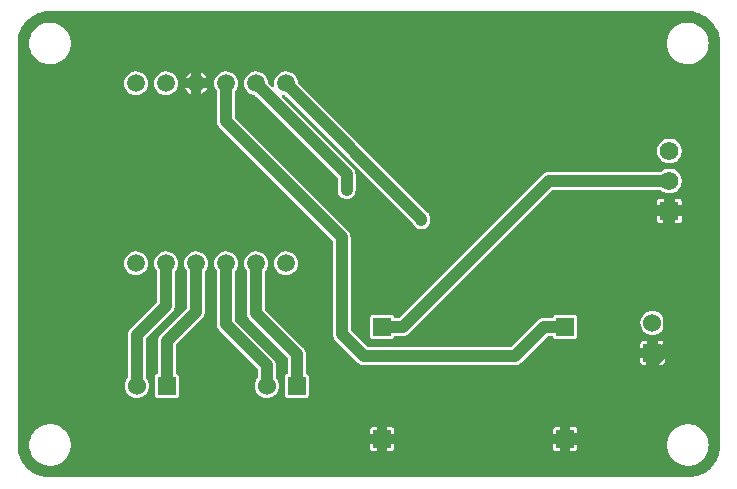
<source format=gbl>
G04 Layer: BottomLayer*
G04 EasyEDA v6.5.47, 2024-09-12 19:46:18*
G04 ae21a48fe1bb43629e3a85d37cf1f8ca,0207d7639cbd4ff9ba197a67aa53e6ca,10*
G04 Gerber Generator version 0.2*
G04 Scale: 100 percent, Rotated: No, Reflected: No *
G04 Dimensions in millimeters *
G04 leading zeros omitted , absolute positions ,4 integer and 5 decimal *
%FSLAX45Y45*%
%MOMM*%

%ADD10C,1.0000*%
%ADD11C,1.5748*%
%ADD12R,1.5748X1.5748*%
%ADD13R,1.5240X1.5240*%
%ADD14C,1.5240*%
%ADD15C,1.5000*%
%ADD16C,0.6100*%
%ADD17C,0.0129*%

%LPD*%
G36*
X300685Y-3974084D02*
G01*
X278079Y-3973169D01*
X256743Y-3970629D01*
X235610Y-3966362D01*
X214934Y-3960520D01*
X194767Y-3953052D01*
X175209Y-3944010D01*
X156464Y-3933444D01*
X138582Y-3921455D01*
X121716Y-3908145D01*
X105918Y-3893515D01*
X91338Y-3877665D01*
X78028Y-3860749D01*
X66141Y-3842867D01*
X55626Y-3824071D01*
X46634Y-3804513D01*
X39217Y-3784295D01*
X33426Y-3763568D01*
X29260Y-3742486D01*
X26771Y-3721100D01*
X25908Y-3699306D01*
X25908Y-300685D01*
X26822Y-278079D01*
X29362Y-256743D01*
X33629Y-235610D01*
X39471Y-214934D01*
X46939Y-194767D01*
X55981Y-175209D01*
X66548Y-156464D01*
X78536Y-138582D01*
X91846Y-121716D01*
X106476Y-105918D01*
X122326Y-91338D01*
X139242Y-78028D01*
X157124Y-66141D01*
X175920Y-55626D01*
X195478Y-46634D01*
X215696Y-39217D01*
X236423Y-33426D01*
X257505Y-29260D01*
X278892Y-26771D01*
X300685Y-25908D01*
X5699302Y-25908D01*
X5721908Y-26822D01*
X5743244Y-29362D01*
X5764377Y-33629D01*
X5785053Y-39471D01*
X5805220Y-46939D01*
X5824778Y-55981D01*
X5843524Y-66548D01*
X5861405Y-78536D01*
X5878271Y-91846D01*
X5894070Y-106476D01*
X5908649Y-122326D01*
X5921959Y-139242D01*
X5933846Y-157124D01*
X5944362Y-175920D01*
X5953353Y-195478D01*
X5960770Y-215696D01*
X5966561Y-236423D01*
X5970727Y-257505D01*
X5973216Y-278892D01*
X5974080Y-300685D01*
X5974080Y-3699306D01*
X5973165Y-3721912D01*
X5970625Y-3743248D01*
X5966358Y-3764381D01*
X5960516Y-3785057D01*
X5953048Y-3805224D01*
X5944006Y-3824782D01*
X5933440Y-3843528D01*
X5921451Y-3861409D01*
X5908141Y-3878275D01*
X5893511Y-3894074D01*
X5877661Y-3908653D01*
X5860745Y-3921963D01*
X5842863Y-3933850D01*
X5824067Y-3944365D01*
X5804509Y-3953357D01*
X5784291Y-3960774D01*
X5763564Y-3966565D01*
X5742482Y-3970731D01*
X5721096Y-3973220D01*
X5699302Y-3974084D01*
G37*

%LPC*%
G36*
X304546Y-3875836D02*
G01*
X322580Y-3874414D01*
X340410Y-3871163D01*
X357784Y-3866134D01*
X374548Y-3859276D01*
X390550Y-3850792D01*
X405587Y-3840683D01*
X419455Y-3829100D01*
X432104Y-3816096D01*
X443382Y-3801922D01*
X453085Y-3786632D01*
X461162Y-3770426D01*
X467563Y-3753459D01*
X472185Y-3735984D01*
X474980Y-3718102D01*
X475894Y-3700018D01*
X474980Y-3681882D01*
X472185Y-3664000D01*
X467563Y-3646525D01*
X461162Y-3629558D01*
X453085Y-3613353D01*
X443382Y-3598062D01*
X432104Y-3583889D01*
X419455Y-3570884D01*
X405587Y-3559301D01*
X390550Y-3549192D01*
X374548Y-3540709D01*
X357784Y-3533851D01*
X340410Y-3528822D01*
X322580Y-3525570D01*
X304546Y-3524148D01*
X286410Y-3524605D01*
X268478Y-3526942D01*
X250850Y-3531108D01*
X233730Y-3537051D01*
X217322Y-3544722D01*
X201828Y-3554069D01*
X187299Y-3564940D01*
X174040Y-3577234D01*
X162052Y-3590848D01*
X151587Y-3605580D01*
X142646Y-3621328D01*
X135432Y-3637940D01*
X129895Y-3655212D01*
X126187Y-3672941D01*
X124358Y-3690924D01*
X124358Y-3709060D01*
X126187Y-3727043D01*
X129895Y-3744772D01*
X135432Y-3762044D01*
X142646Y-3778656D01*
X151587Y-3794404D01*
X162052Y-3809136D01*
X174040Y-3822750D01*
X187299Y-3835044D01*
X201828Y-3845915D01*
X217322Y-3855262D01*
X233730Y-3862933D01*
X250850Y-3868877D01*
X268478Y-3873042D01*
X286410Y-3875379D01*
G37*
G36*
X5704535Y-3875836D02*
G01*
X5722569Y-3874414D01*
X5740400Y-3871163D01*
X5757773Y-3866134D01*
X5774537Y-3859276D01*
X5790539Y-3850792D01*
X5805576Y-3840683D01*
X5819444Y-3829100D01*
X5832094Y-3816096D01*
X5843371Y-3801922D01*
X5853074Y-3786632D01*
X5861151Y-3770426D01*
X5867552Y-3753459D01*
X5872175Y-3735984D01*
X5874969Y-3718102D01*
X5875883Y-3700018D01*
X5874969Y-3681882D01*
X5872175Y-3664000D01*
X5867552Y-3646525D01*
X5861151Y-3629558D01*
X5853074Y-3613353D01*
X5843371Y-3598062D01*
X5832094Y-3583889D01*
X5819444Y-3570884D01*
X5805576Y-3559301D01*
X5790539Y-3549192D01*
X5774537Y-3540709D01*
X5757773Y-3533851D01*
X5740400Y-3528822D01*
X5722569Y-3525570D01*
X5704535Y-3524148D01*
X5686399Y-3524605D01*
X5668467Y-3526942D01*
X5650839Y-3531108D01*
X5633720Y-3537051D01*
X5617311Y-3544722D01*
X5601817Y-3554069D01*
X5587288Y-3564940D01*
X5574030Y-3577234D01*
X5562041Y-3590848D01*
X5551576Y-3605580D01*
X5542635Y-3621328D01*
X5535422Y-3637940D01*
X5529884Y-3655212D01*
X5526176Y-3672941D01*
X5524347Y-3690924D01*
X5524347Y-3709060D01*
X5526176Y-3727043D01*
X5529884Y-3744772D01*
X5535422Y-3762044D01*
X5542635Y-3778656D01*
X5551576Y-3794404D01*
X5562041Y-3809136D01*
X5574030Y-3822750D01*
X5587288Y-3835044D01*
X5601817Y-3845915D01*
X5617311Y-3855262D01*
X5633720Y-3862933D01*
X5650839Y-3868877D01*
X5668467Y-3873042D01*
X5686399Y-3875379D01*
G37*
G36*
X3157016Y-3752138D02*
G01*
X3188157Y-3752138D01*
X3194507Y-3751427D01*
X3199942Y-3749548D01*
X3204870Y-3746449D01*
X3208934Y-3742385D01*
X3212033Y-3737457D01*
X3213912Y-3732022D01*
X3214624Y-3725672D01*
X3214624Y-3694480D01*
X3157016Y-3694480D01*
G37*
G36*
X4586935Y-3752138D02*
G01*
X4618075Y-3752138D01*
X4618075Y-3694480D01*
X4560417Y-3694480D01*
X4560417Y-3725672D01*
X4561128Y-3732022D01*
X4563059Y-3737457D01*
X4566158Y-3742385D01*
X4570222Y-3746449D01*
X4575149Y-3749548D01*
X4580585Y-3751427D01*
G37*
G36*
X4706975Y-3752138D02*
G01*
X4738166Y-3752138D01*
X4744516Y-3751427D01*
X4749952Y-3749548D01*
X4754829Y-3746449D01*
X4758944Y-3742385D01*
X4762042Y-3737457D01*
X4763922Y-3732022D01*
X4764633Y-3725672D01*
X4764633Y-3694480D01*
X4706975Y-3694480D01*
G37*
G36*
X3036925Y-3752138D02*
G01*
X3068116Y-3752138D01*
X3068116Y-3694480D01*
X3010408Y-3694480D01*
X3010408Y-3725672D01*
X3011170Y-3732022D01*
X3013049Y-3737457D01*
X3016148Y-3742385D01*
X3020212Y-3746449D01*
X3025140Y-3749548D01*
X3030575Y-3751427D01*
G37*
G36*
X4560417Y-3605580D02*
G01*
X4618075Y-3605580D01*
X4618075Y-3547922D01*
X4586935Y-3547922D01*
X4580585Y-3548634D01*
X4575149Y-3550564D01*
X4570222Y-3553663D01*
X4566158Y-3557727D01*
X4563059Y-3562654D01*
X4561128Y-3568090D01*
X4560417Y-3574440D01*
G37*
G36*
X3157016Y-3605580D02*
G01*
X3214624Y-3605580D01*
X3214624Y-3574440D01*
X3213912Y-3568090D01*
X3212033Y-3562654D01*
X3208934Y-3557727D01*
X3204870Y-3553663D01*
X3199942Y-3550564D01*
X3194507Y-3548634D01*
X3188157Y-3547922D01*
X3157016Y-3547922D01*
G37*
G36*
X4706975Y-3605580D02*
G01*
X4764633Y-3605580D01*
X4764633Y-3574440D01*
X4763922Y-3568090D01*
X4762042Y-3562654D01*
X4758944Y-3557727D01*
X4754829Y-3553663D01*
X4749952Y-3550564D01*
X4744516Y-3548634D01*
X4738166Y-3547922D01*
X4706975Y-3547922D01*
G37*
G36*
X3010408Y-3605580D02*
G01*
X3068116Y-3605580D01*
X3068116Y-3547922D01*
X3036925Y-3547922D01*
X3030575Y-3548634D01*
X3025140Y-3550564D01*
X3020212Y-3553663D01*
X3016148Y-3557727D01*
X3013049Y-3562654D01*
X3011170Y-3568090D01*
X3010408Y-3574440D01*
G37*
G36*
X1213916Y-3302254D02*
G01*
X1365199Y-3302254D01*
X1371498Y-3301542D01*
X1376984Y-3299612D01*
X1381861Y-3296564D01*
X1385976Y-3292449D01*
X1389024Y-3287572D01*
X1390954Y-3282086D01*
X1391666Y-3275787D01*
X1391666Y-3124504D01*
X1390954Y-3118205D01*
X1389024Y-3112719D01*
X1385976Y-3107842D01*
X1381861Y-3103727D01*
X1376984Y-3100679D01*
X1372260Y-3099003D01*
X1368704Y-3096869D01*
X1366316Y-3093466D01*
X1365453Y-3089402D01*
X1365453Y-2852267D01*
X1366215Y-2848356D01*
X1368450Y-2845054D01*
X1591208Y-2622245D01*
X1598269Y-2613406D01*
X1602892Y-2605786D01*
X1604010Y-2603601D01*
X1607413Y-2595372D01*
X1608175Y-2593035D01*
X1610309Y-2584399D01*
X1610715Y-2581960D01*
X1611528Y-2573121D01*
X1611579Y-2231694D01*
X1612138Y-2228392D01*
X1613763Y-2225395D01*
X1618742Y-2219147D01*
X1625600Y-2207564D01*
X1630832Y-2195169D01*
X1634388Y-2182164D01*
X1636217Y-2168804D01*
X1636217Y-2155291D01*
X1634388Y-2141982D01*
X1630832Y-2128977D01*
X1625600Y-2116531D01*
X1618742Y-2104948D01*
X1610360Y-2094382D01*
X1600657Y-2085035D01*
X1589836Y-2077008D01*
X1578000Y-2070557D01*
X1565452Y-2065680D01*
X1552346Y-2062581D01*
X1538935Y-2061210D01*
X1525473Y-2061667D01*
X1512163Y-2063902D01*
X1499311Y-2067915D01*
X1487068Y-2073605D01*
X1475689Y-2080818D01*
X1465427Y-2089556D01*
X1456385Y-2099513D01*
X1448765Y-2110638D01*
X1442669Y-2122678D01*
X1438249Y-2135378D01*
X1435557Y-2148586D01*
X1434642Y-2162048D01*
X1435557Y-2175510D01*
X1438249Y-2188718D01*
X1442669Y-2201418D01*
X1448765Y-2213457D01*
X1459077Y-2228596D01*
X1459788Y-2232253D01*
X1459788Y-2534818D01*
X1459026Y-2538730D01*
X1456791Y-2542032D01*
X1234033Y-2764840D01*
X1226972Y-2773680D01*
X1222349Y-2781300D01*
X1221232Y-2783484D01*
X1217828Y-2791714D01*
X1217066Y-2794050D01*
X1214932Y-2802686D01*
X1214526Y-2805125D01*
X1213713Y-2813964D01*
X1213662Y-3089402D01*
X1212799Y-3093466D01*
X1210411Y-3096869D01*
X1206855Y-3099003D01*
X1202131Y-3100679D01*
X1197254Y-3103727D01*
X1193139Y-3107842D01*
X1190091Y-3112719D01*
X1188161Y-3118205D01*
X1187450Y-3124504D01*
X1187450Y-3275787D01*
X1188161Y-3282086D01*
X1190091Y-3287572D01*
X1193139Y-3292449D01*
X1197254Y-3296564D01*
X1202131Y-3299612D01*
X1207617Y-3301542D01*
G37*
G36*
X2313990Y-3302254D02*
G01*
X2465273Y-3302254D01*
X2471572Y-3301542D01*
X2477058Y-3299612D01*
X2481935Y-3296564D01*
X2486050Y-3292449D01*
X2489098Y-3287572D01*
X2491028Y-3282086D01*
X2491740Y-3275787D01*
X2491740Y-3124504D01*
X2491028Y-3118205D01*
X2489098Y-3112719D01*
X2486050Y-3107842D01*
X2481935Y-3103727D01*
X2477058Y-3100679D01*
X2472334Y-3099003D01*
X2468778Y-3096869D01*
X2466390Y-3093466D01*
X2465527Y-3089402D01*
X2465476Y-2925470D01*
X2464663Y-2916631D01*
X2464257Y-2914192D01*
X2462123Y-2905556D01*
X2461361Y-2903270D01*
X2457958Y-2894990D01*
X2452217Y-2885186D01*
X2450846Y-2883204D01*
X2445156Y-2876346D01*
X2122576Y-2553462D01*
X2120341Y-2550160D01*
X2119579Y-2546299D01*
X2119579Y-2231694D01*
X2120138Y-2228392D01*
X2121763Y-2225395D01*
X2126742Y-2219147D01*
X2133600Y-2207564D01*
X2138832Y-2195169D01*
X2142388Y-2182164D01*
X2144217Y-2168804D01*
X2144217Y-2155291D01*
X2142388Y-2141982D01*
X2138832Y-2128977D01*
X2133600Y-2116531D01*
X2126742Y-2104948D01*
X2118360Y-2094382D01*
X2108657Y-2085035D01*
X2097836Y-2077008D01*
X2086000Y-2070557D01*
X2073452Y-2065680D01*
X2060346Y-2062581D01*
X2046935Y-2061210D01*
X2033473Y-2061667D01*
X2020163Y-2063902D01*
X2007311Y-2067915D01*
X1995068Y-2073605D01*
X1983689Y-2080818D01*
X1973427Y-2089556D01*
X1964385Y-2099513D01*
X1956765Y-2110638D01*
X1950669Y-2122678D01*
X1946249Y-2135378D01*
X1943557Y-2148586D01*
X1942642Y-2162048D01*
X1943557Y-2175510D01*
X1946249Y-2188718D01*
X1950669Y-2201418D01*
X1956765Y-2213457D01*
X1967077Y-2228596D01*
X1967788Y-2232253D01*
X1967839Y-2584551D01*
X1968652Y-2593390D01*
X1969058Y-2595829D01*
X1971192Y-2604465D01*
X1971954Y-2606751D01*
X1975357Y-2615031D01*
X1981098Y-2624836D01*
X1982470Y-2626817D01*
X1988159Y-2633675D01*
X2310739Y-2956560D01*
X2312974Y-2959862D01*
X2313736Y-2963722D01*
X2313736Y-3089402D01*
X2312873Y-3093466D01*
X2310485Y-3096869D01*
X2306929Y-3099003D01*
X2302205Y-3100679D01*
X2297328Y-3103727D01*
X2293213Y-3107842D01*
X2290165Y-3112719D01*
X2288235Y-3118205D01*
X2287524Y-3124504D01*
X2287524Y-3275787D01*
X2288235Y-3282086D01*
X2290165Y-3287572D01*
X2293213Y-3292449D01*
X2297328Y-3296564D01*
X2302205Y-3299612D01*
X2307691Y-3301542D01*
G37*
G36*
X1038961Y-3302152D02*
G01*
X1052525Y-3300831D01*
X1065784Y-3297631D01*
X1078534Y-3292754D01*
X1090472Y-3286201D01*
X1101445Y-3278124D01*
X1111250Y-3268624D01*
X1119733Y-3257905D01*
X1126693Y-3246170D01*
X1131976Y-3233623D01*
X1135583Y-3220466D01*
X1137412Y-3206953D01*
X1137412Y-3193338D01*
X1135583Y-3179826D01*
X1131976Y-3166668D01*
X1126693Y-3154121D01*
X1119733Y-3142386D01*
X1113637Y-3134664D01*
X1112012Y-3131718D01*
X1111453Y-3128365D01*
X1111453Y-2801975D01*
X1112215Y-2798114D01*
X1114450Y-2794812D01*
X1337208Y-2572207D01*
X1342847Y-2565400D01*
X1344269Y-2563368D01*
X1350010Y-2553563D01*
X1354175Y-2542997D01*
X1356309Y-2534412D01*
X1356715Y-2531922D01*
X1357528Y-2523134D01*
X1357579Y-2231694D01*
X1358138Y-2228392D01*
X1359763Y-2225395D01*
X1364742Y-2219147D01*
X1371600Y-2207564D01*
X1376832Y-2195169D01*
X1380388Y-2182164D01*
X1382217Y-2168804D01*
X1382217Y-2155291D01*
X1380388Y-2141982D01*
X1376832Y-2128977D01*
X1371600Y-2116531D01*
X1364742Y-2104948D01*
X1356360Y-2094382D01*
X1346657Y-2085035D01*
X1335836Y-2077008D01*
X1324000Y-2070557D01*
X1311452Y-2065680D01*
X1298346Y-2062581D01*
X1284935Y-2061210D01*
X1271473Y-2061667D01*
X1258163Y-2063902D01*
X1245311Y-2067915D01*
X1233068Y-2073605D01*
X1221689Y-2080818D01*
X1211427Y-2089556D01*
X1202385Y-2099513D01*
X1194765Y-2110638D01*
X1188669Y-2122678D01*
X1184249Y-2135378D01*
X1181557Y-2148586D01*
X1180642Y-2162048D01*
X1181557Y-2175510D01*
X1184249Y-2188718D01*
X1188669Y-2201418D01*
X1194765Y-2213457D01*
X1205077Y-2228596D01*
X1205788Y-2232253D01*
X1205788Y-2484780D01*
X1205026Y-2488641D01*
X1202791Y-2491943D01*
X980033Y-2714548D01*
X974394Y-2721356D01*
X972972Y-2723388D01*
X967232Y-2733192D01*
X963066Y-2743758D01*
X960932Y-2752344D01*
X960526Y-2754833D01*
X959713Y-2763621D01*
X959662Y-3128314D01*
X958951Y-3131972D01*
X957021Y-3135122D01*
X955446Y-3136900D01*
X947724Y-3148126D01*
X941578Y-3160268D01*
X937107Y-3173171D01*
X934364Y-3186531D01*
X933450Y-3200146D01*
X934364Y-3213760D01*
X937107Y-3227120D01*
X941578Y-3240024D01*
X947724Y-3252165D01*
X955446Y-3263392D01*
X964590Y-3273552D01*
X975004Y-3282340D01*
X986485Y-3289655D01*
X998880Y-3295396D01*
X1011885Y-3299460D01*
X1025347Y-3301695D01*
G37*
G36*
X2139035Y-3302152D02*
G01*
X2152599Y-3300831D01*
X2165858Y-3297631D01*
X2178608Y-3292754D01*
X2190546Y-3286201D01*
X2201519Y-3278124D01*
X2211324Y-3268624D01*
X2219807Y-3257905D01*
X2226767Y-3246170D01*
X2232050Y-3233623D01*
X2235657Y-3220466D01*
X2237486Y-3206953D01*
X2237486Y-3193338D01*
X2235657Y-3179826D01*
X2232050Y-3166668D01*
X2226767Y-3154121D01*
X2219807Y-3142386D01*
X2213711Y-3134664D01*
X2212086Y-3131718D01*
X2211527Y-3128365D01*
X2211476Y-3019704D01*
X2210663Y-3010865D01*
X2210257Y-3008426D01*
X2208123Y-2999790D01*
X2207361Y-2997504D01*
X2203958Y-2989224D01*
X2198217Y-2979420D01*
X2196846Y-2977438D01*
X2191156Y-2970580D01*
X1868576Y-2647696D01*
X1866341Y-2644394D01*
X1865579Y-2640533D01*
X1865579Y-2231694D01*
X1866138Y-2228392D01*
X1867763Y-2225395D01*
X1872742Y-2219147D01*
X1879600Y-2207564D01*
X1884832Y-2195169D01*
X1888388Y-2182164D01*
X1890217Y-2168804D01*
X1890217Y-2155291D01*
X1888388Y-2141982D01*
X1884832Y-2128977D01*
X1879600Y-2116531D01*
X1872742Y-2104948D01*
X1864360Y-2094382D01*
X1854657Y-2085035D01*
X1843836Y-2077008D01*
X1832000Y-2070557D01*
X1819452Y-2065680D01*
X1806346Y-2062581D01*
X1792935Y-2061210D01*
X1779473Y-2061667D01*
X1766163Y-2063902D01*
X1753311Y-2067915D01*
X1741068Y-2073605D01*
X1729689Y-2080818D01*
X1719427Y-2089556D01*
X1710385Y-2099513D01*
X1702765Y-2110638D01*
X1696669Y-2122678D01*
X1692249Y-2135378D01*
X1689557Y-2148586D01*
X1688642Y-2162048D01*
X1689557Y-2175510D01*
X1692249Y-2188718D01*
X1696669Y-2201418D01*
X1702765Y-2213457D01*
X1713077Y-2228596D01*
X1713788Y-2232253D01*
X1713839Y-2678785D01*
X1714652Y-2687624D01*
X1715058Y-2690063D01*
X1717192Y-2698699D01*
X1717954Y-2700985D01*
X1721357Y-2709265D01*
X1727098Y-2719070D01*
X1728470Y-2721051D01*
X1734159Y-2727909D01*
X2056739Y-3050794D01*
X2058974Y-3054096D01*
X2059736Y-3057956D01*
X2059736Y-3128314D01*
X2059025Y-3131972D01*
X2057095Y-3135122D01*
X2055520Y-3136900D01*
X2047798Y-3148126D01*
X2041652Y-3160268D01*
X2037181Y-3173171D01*
X2034438Y-3186531D01*
X2033524Y-3200146D01*
X2034438Y-3213760D01*
X2037181Y-3227120D01*
X2041652Y-3240024D01*
X2047798Y-3252165D01*
X2055520Y-3263392D01*
X2064664Y-3273552D01*
X2075078Y-3282340D01*
X2086559Y-3289655D01*
X2098954Y-3295396D01*
X2111959Y-3299460D01*
X2125421Y-3301695D01*
G37*
G36*
X2959455Y-3023057D02*
G01*
X4241596Y-3023006D01*
X4250486Y-3022193D01*
X4252874Y-3021787D01*
X4261561Y-3019653D01*
X4263847Y-3018891D01*
X4272127Y-3015488D01*
X4281932Y-3009747D01*
X4283913Y-3008376D01*
X4290771Y-3002686D01*
X4514850Y-2778912D01*
X4518101Y-2776728D01*
X4522012Y-2775966D01*
X4551832Y-2775966D01*
X4555896Y-2776778D01*
X4559249Y-2779217D01*
X4561382Y-2782773D01*
X4563059Y-2787446D01*
X4566158Y-2792374D01*
X4570222Y-2796438D01*
X4575149Y-2799537D01*
X4580585Y-2801467D01*
X4586935Y-2802178D01*
X4738166Y-2802178D01*
X4744516Y-2801467D01*
X4749952Y-2799537D01*
X4754829Y-2796438D01*
X4758944Y-2792374D01*
X4762042Y-2787446D01*
X4763922Y-2782011D01*
X4764633Y-2775661D01*
X4764633Y-2624429D01*
X4763922Y-2618079D01*
X4762042Y-2612644D01*
X4758944Y-2607716D01*
X4754829Y-2603652D01*
X4749952Y-2600553D01*
X4744516Y-2598674D01*
X4738166Y-2597962D01*
X4586935Y-2597962D01*
X4580585Y-2598674D01*
X4575149Y-2600553D01*
X4570222Y-2603652D01*
X4566158Y-2607716D01*
X4563059Y-2612644D01*
X4561433Y-2617317D01*
X4559249Y-2620873D01*
X4555896Y-2623261D01*
X4551832Y-2624124D01*
X4483760Y-2624175D01*
X4474768Y-2624988D01*
X4463745Y-2627579D01*
X4461560Y-2628290D01*
X4453229Y-2631744D01*
X4443577Y-2637282D01*
X4434535Y-2644495D01*
X4210558Y-2868269D01*
X4207256Y-2870504D01*
X4203395Y-2871266D01*
X2994964Y-2871266D01*
X2991104Y-2870504D01*
X2987802Y-2868269D01*
X2848000Y-2728671D01*
X2845765Y-2725369D01*
X2845003Y-2721508D01*
X2844952Y-1936902D01*
X2844139Y-1928063D01*
X2843733Y-1925624D01*
X2841599Y-1916988D01*
X2840837Y-1914652D01*
X2837434Y-1906422D01*
X2836316Y-1904238D01*
X2830322Y-1894636D01*
X2824632Y-1887778D01*
X1868576Y-931418D01*
X1866341Y-928116D01*
X1865579Y-924204D01*
X1865579Y-707694D01*
X1866138Y-704392D01*
X1867763Y-701395D01*
X1872742Y-695096D01*
X1879650Y-683514D01*
X1884883Y-671118D01*
X1888439Y-658114D01*
X1890268Y-644753D01*
X1890268Y-631291D01*
X1888439Y-617931D01*
X1884883Y-604926D01*
X1879650Y-592480D01*
X1872742Y-580898D01*
X1864410Y-570331D01*
X1854707Y-560984D01*
X1843887Y-552958D01*
X1832051Y-546506D01*
X1819452Y-541629D01*
X1806346Y-538530D01*
X1792935Y-537159D01*
X1779473Y-537616D01*
X1766214Y-539851D01*
X1753311Y-543864D01*
X1741119Y-549554D01*
X1729739Y-556768D01*
X1719478Y-565505D01*
X1710436Y-575462D01*
X1702765Y-586587D01*
X1696720Y-598627D01*
X1692300Y-611327D01*
X1689607Y-624535D01*
X1688693Y-637997D01*
X1689607Y-651459D01*
X1692300Y-664667D01*
X1696720Y-677367D01*
X1702765Y-689406D01*
X1713077Y-704494D01*
X1713788Y-708152D01*
X1713839Y-962507D01*
X1714652Y-971346D01*
X1715058Y-973785D01*
X1717192Y-982421D01*
X1717954Y-984758D01*
X1721357Y-992987D01*
X1722475Y-995171D01*
X1728470Y-1004773D01*
X1734159Y-1011631D01*
X2690215Y-1967992D01*
X2692450Y-1971293D01*
X2693212Y-1975205D01*
X2693263Y-2759862D01*
X2694076Y-2768650D01*
X2694482Y-2771140D01*
X2696616Y-2779725D01*
X2700782Y-2790291D01*
X2706522Y-2800096D01*
X2707944Y-2802128D01*
X2713583Y-2808935D01*
X2907588Y-3002686D01*
X2914497Y-3008376D01*
X2916428Y-3009747D01*
X2926232Y-3015488D01*
X2934512Y-3018891D01*
X2936798Y-3019653D01*
X2945485Y-3021787D01*
X2947873Y-3022193D01*
X2956763Y-3023006D01*
G37*
G36*
X5446014Y-3022346D02*
G01*
X5477205Y-3022346D01*
X5483504Y-3021634D01*
X5488990Y-3019704D01*
X5493867Y-3016656D01*
X5497982Y-3012541D01*
X5501030Y-3007664D01*
X5502960Y-3002178D01*
X5503672Y-2995879D01*
X5503672Y-2964688D01*
X5446014Y-2964688D01*
G37*
G36*
X5325922Y-3022346D02*
G01*
X5357114Y-3022346D01*
X5357114Y-2964688D01*
X5299456Y-2964688D01*
X5299456Y-2995879D01*
X5300167Y-3002178D01*
X5302097Y-3007664D01*
X5305145Y-3012541D01*
X5309260Y-3016656D01*
X5314137Y-3019704D01*
X5319623Y-3021634D01*
G37*
G36*
X5446014Y-2875788D02*
G01*
X5503672Y-2875788D01*
X5503672Y-2844596D01*
X5502960Y-2838297D01*
X5501030Y-2832811D01*
X5497982Y-2827934D01*
X5493867Y-2823819D01*
X5488990Y-2820771D01*
X5483504Y-2818841D01*
X5477205Y-2818130D01*
X5446014Y-2818130D01*
G37*
G36*
X5299456Y-2875788D02*
G01*
X5357114Y-2875788D01*
X5357114Y-2818130D01*
X5325922Y-2818130D01*
X5319623Y-2818841D01*
X5314137Y-2820771D01*
X5309260Y-2823819D01*
X5305145Y-2827934D01*
X5302097Y-2832811D01*
X5300167Y-2838297D01*
X5299456Y-2844596D01*
G37*
G36*
X3036925Y-2802178D02*
G01*
X3188157Y-2802178D01*
X3194507Y-2801467D01*
X3199942Y-2799537D01*
X3204870Y-2796438D01*
X3208934Y-2792374D01*
X3212033Y-2787446D01*
X3213658Y-2782773D01*
X3215792Y-2779217D01*
X3219196Y-2776778D01*
X3223260Y-2775966D01*
X3291484Y-2775915D01*
X3300323Y-2775051D01*
X3302762Y-2774645D01*
X3311347Y-2772511D01*
X3313684Y-2771749D01*
X3321913Y-2768346D01*
X3324098Y-2767228D01*
X3331718Y-2762656D01*
X3333750Y-2761234D01*
X3340608Y-2755544D01*
X4553254Y-1542948D01*
X4556556Y-1540713D01*
X4560468Y-1539951D01*
X5469229Y-1539951D01*
X5472785Y-1540611D01*
X5475884Y-1542491D01*
X5481116Y-1547063D01*
X5492496Y-1554683D01*
X5504789Y-1560728D01*
X5517743Y-1565097D01*
X5531154Y-1567789D01*
X5544820Y-1568704D01*
X5558485Y-1567789D01*
X5571896Y-1565097D01*
X5584850Y-1560728D01*
X5597144Y-1554683D01*
X5608523Y-1547063D01*
X5618784Y-1538020D01*
X5627827Y-1527759D01*
X5635447Y-1516380D01*
X5641492Y-1504086D01*
X5645861Y-1491132D01*
X5648553Y-1477721D01*
X5649468Y-1464056D01*
X5648553Y-1450390D01*
X5645861Y-1436979D01*
X5641492Y-1424025D01*
X5635447Y-1411732D01*
X5627827Y-1400352D01*
X5618784Y-1390091D01*
X5608523Y-1381048D01*
X5597144Y-1373428D01*
X5584850Y-1367383D01*
X5571896Y-1363014D01*
X5558485Y-1360322D01*
X5544820Y-1359408D01*
X5531154Y-1360322D01*
X5517743Y-1363014D01*
X5504789Y-1367383D01*
X5492496Y-1373428D01*
X5481116Y-1381048D01*
X5475935Y-1385620D01*
X5472785Y-1387500D01*
X5469229Y-1388160D01*
X4522165Y-1388211D01*
X4513326Y-1389024D01*
X4510887Y-1389430D01*
X4502251Y-1391564D01*
X4499914Y-1392326D01*
X4491685Y-1395730D01*
X4489500Y-1396847D01*
X4481880Y-1401419D01*
X4479899Y-1402842D01*
X4473041Y-1408531D01*
X3260344Y-2621178D01*
X3257042Y-2623362D01*
X3253181Y-2624124D01*
X3223260Y-2624124D01*
X3219196Y-2623261D01*
X3215792Y-2620873D01*
X3213658Y-2617317D01*
X3212033Y-2612644D01*
X3208934Y-2607716D01*
X3204870Y-2603652D01*
X3199942Y-2600553D01*
X3194507Y-2598674D01*
X3188157Y-2597962D01*
X3036925Y-2597962D01*
X3030575Y-2598674D01*
X3025140Y-2600553D01*
X3020212Y-2603652D01*
X3016148Y-2607716D01*
X3013049Y-2612644D01*
X3011170Y-2618079D01*
X3010408Y-2624429D01*
X3010408Y-2775661D01*
X3011170Y-2782011D01*
X3013049Y-2787446D01*
X3016148Y-2792374D01*
X3020212Y-2796438D01*
X3025140Y-2799537D01*
X3030575Y-2801467D01*
G37*
G36*
X5394756Y-2768092D02*
G01*
X5408371Y-2768092D01*
X5421884Y-2766263D01*
X5435041Y-2762656D01*
X5447588Y-2757373D01*
X5459323Y-2750413D01*
X5470042Y-2741930D01*
X5479542Y-2732125D01*
X5487619Y-2721152D01*
X5494172Y-2709214D01*
X5499049Y-2696464D01*
X5502249Y-2683205D01*
X5503570Y-2669641D01*
X5503113Y-2656027D01*
X5500878Y-2642565D01*
X5496814Y-2629560D01*
X5491073Y-2617165D01*
X5483758Y-2605684D01*
X5474970Y-2595270D01*
X5464810Y-2586126D01*
X5453583Y-2578404D01*
X5441442Y-2572258D01*
X5428538Y-2567787D01*
X5415178Y-2565044D01*
X5401564Y-2564130D01*
X5387949Y-2565044D01*
X5374589Y-2567787D01*
X5361686Y-2572258D01*
X5349544Y-2578404D01*
X5338318Y-2586126D01*
X5328158Y-2595270D01*
X5319369Y-2605684D01*
X5312054Y-2617165D01*
X5306314Y-2629560D01*
X5302250Y-2642565D01*
X5300014Y-2656027D01*
X5299557Y-2669641D01*
X5300878Y-2683205D01*
X5304078Y-2696464D01*
X5308955Y-2709214D01*
X5315508Y-2721152D01*
X5323586Y-2732125D01*
X5333085Y-2741930D01*
X5343804Y-2750413D01*
X5355539Y-2757373D01*
X5368086Y-2762656D01*
X5381244Y-2766263D01*
G37*
G36*
X1030935Y-2262886D02*
G01*
X1044346Y-2261514D01*
X1057452Y-2258415D01*
X1070000Y-2253589D01*
X1081836Y-2247087D01*
X1092657Y-2239111D01*
X1102360Y-2229713D01*
X1110742Y-2219147D01*
X1117600Y-2207564D01*
X1122832Y-2195169D01*
X1126388Y-2182164D01*
X1128217Y-2168804D01*
X1128217Y-2155291D01*
X1126388Y-2141982D01*
X1122832Y-2128977D01*
X1117600Y-2116531D01*
X1110742Y-2104948D01*
X1102360Y-2094382D01*
X1092657Y-2085035D01*
X1081836Y-2077008D01*
X1070000Y-2070557D01*
X1057452Y-2065680D01*
X1044346Y-2062581D01*
X1030935Y-2061210D01*
X1017473Y-2061667D01*
X1004163Y-2063902D01*
X991311Y-2067915D01*
X979068Y-2073605D01*
X967689Y-2080818D01*
X957427Y-2089556D01*
X948385Y-2099513D01*
X940765Y-2110638D01*
X934669Y-2122678D01*
X930249Y-2135378D01*
X927557Y-2148586D01*
X926642Y-2162048D01*
X927557Y-2175510D01*
X930249Y-2188718D01*
X934669Y-2201418D01*
X940765Y-2213457D01*
X948385Y-2224582D01*
X957427Y-2234590D01*
X967689Y-2243277D01*
X979068Y-2250541D01*
X991311Y-2256180D01*
X1004163Y-2260193D01*
X1017473Y-2262428D01*
G37*
G36*
X2300935Y-2262886D02*
G01*
X2314346Y-2261514D01*
X2327452Y-2258415D01*
X2340000Y-2253589D01*
X2351836Y-2247087D01*
X2362657Y-2239111D01*
X2372360Y-2229713D01*
X2380742Y-2219147D01*
X2387600Y-2207564D01*
X2392832Y-2195169D01*
X2396388Y-2182164D01*
X2398217Y-2168804D01*
X2398217Y-2155291D01*
X2396388Y-2141982D01*
X2392832Y-2128977D01*
X2387600Y-2116531D01*
X2380742Y-2104948D01*
X2372360Y-2094382D01*
X2362657Y-2085035D01*
X2351836Y-2077008D01*
X2340000Y-2070557D01*
X2327452Y-2065680D01*
X2314346Y-2062581D01*
X2300935Y-2061210D01*
X2287473Y-2061667D01*
X2274163Y-2063902D01*
X2261311Y-2067915D01*
X2249068Y-2073605D01*
X2237689Y-2080818D01*
X2227427Y-2089556D01*
X2218385Y-2099513D01*
X2210765Y-2110638D01*
X2204669Y-2122678D01*
X2200249Y-2135378D01*
X2197557Y-2148586D01*
X2196642Y-2162048D01*
X2197557Y-2175510D01*
X2200249Y-2188718D01*
X2204669Y-2201418D01*
X2210765Y-2213457D01*
X2218385Y-2224582D01*
X2227427Y-2234590D01*
X2237689Y-2243277D01*
X2249068Y-2250541D01*
X2261311Y-2256180D01*
X2274163Y-2260193D01*
X2287473Y-2262428D01*
G37*
G36*
X3438956Y-1874062D02*
G01*
X3450285Y-1874062D01*
X3461512Y-1872335D01*
X3472332Y-1868982D01*
X3482543Y-1864106D01*
X3491941Y-1857705D01*
X3500221Y-1849983D01*
X3507333Y-1841093D01*
X3512972Y-1831289D01*
X3517137Y-1820722D01*
X3519678Y-1809699D01*
X3520541Y-1798015D01*
X3520490Y-1782368D01*
X3519627Y-1773631D01*
X3519220Y-1771192D01*
X3517087Y-1762556D01*
X3516325Y-1760220D01*
X3512921Y-1751990D01*
X3511804Y-1749806D01*
X3507232Y-1742186D01*
X3505809Y-1740204D01*
X3500120Y-1733346D01*
X2400655Y-633780D01*
X2398725Y-631088D01*
X2397760Y-627938D01*
X2396388Y-617982D01*
X2392832Y-604977D01*
X2387600Y-592531D01*
X2380742Y-580948D01*
X2372360Y-570382D01*
X2362657Y-561035D01*
X2351836Y-553008D01*
X2340000Y-546557D01*
X2327452Y-541680D01*
X2314346Y-538581D01*
X2300935Y-537210D01*
X2287473Y-537667D01*
X2274163Y-539902D01*
X2261311Y-543915D01*
X2249068Y-549605D01*
X2237689Y-556818D01*
X2227427Y-565556D01*
X2218385Y-575513D01*
X2210765Y-586638D01*
X2204669Y-598678D01*
X2200249Y-611378D01*
X2197557Y-624586D01*
X2196642Y-638048D01*
X2197557Y-651510D01*
X2199284Y-660095D01*
X2199233Y-664413D01*
X2197455Y-668274D01*
X2194153Y-671068D01*
X2190038Y-672236D01*
X2185771Y-671626D01*
X2182164Y-669290D01*
X2146655Y-633780D01*
X2144725Y-631088D01*
X2143760Y-627938D01*
X2142388Y-617982D01*
X2138832Y-604977D01*
X2133600Y-592531D01*
X2126742Y-580948D01*
X2118360Y-570382D01*
X2108657Y-561035D01*
X2097836Y-553008D01*
X2086000Y-546557D01*
X2073452Y-541680D01*
X2060346Y-538581D01*
X2046935Y-537210D01*
X2033473Y-537667D01*
X2020163Y-539902D01*
X2007311Y-543915D01*
X1995068Y-549605D01*
X1983689Y-556818D01*
X1973427Y-565556D01*
X1964385Y-575513D01*
X1956765Y-586638D01*
X1950669Y-598678D01*
X1946249Y-611378D01*
X1943557Y-624586D01*
X1942642Y-638048D01*
X1943557Y-651510D01*
X1946249Y-664718D01*
X1950669Y-677418D01*
X1956765Y-689457D01*
X1964385Y-700582D01*
X1973427Y-710590D01*
X1983689Y-719277D01*
X1995068Y-726541D01*
X2007311Y-732180D01*
X2020163Y-736193D01*
X2034032Y-738530D01*
X2036978Y-739495D01*
X2039518Y-741375D01*
X2732532Y-1434338D01*
X2734716Y-1437640D01*
X2735478Y-1441551D01*
X2735478Y-1540662D01*
X2736342Y-1552346D01*
X2738882Y-1563420D01*
X2743047Y-1573936D01*
X2748686Y-1583791D01*
X2755798Y-1592630D01*
X2764078Y-1600352D01*
X2773476Y-1606753D01*
X2783687Y-1611680D01*
X2794508Y-1615033D01*
X2805734Y-1616710D01*
X2817063Y-1616710D01*
X2828290Y-1615033D01*
X2839110Y-1611680D01*
X2849321Y-1606753D01*
X2858719Y-1600352D01*
X2866999Y-1592630D01*
X2874111Y-1583791D01*
X2879750Y-1573936D01*
X2883916Y-1563420D01*
X2886456Y-1552346D01*
X2887319Y-1540662D01*
X2887268Y-1403248D01*
X2886405Y-1394409D01*
X2885998Y-1391970D01*
X2883865Y-1383334D01*
X2883103Y-1380998D01*
X2879699Y-1372768D01*
X2878582Y-1370584D01*
X2874010Y-1362964D01*
X2872587Y-1360982D01*
X2866898Y-1354124D01*
X2266442Y-753567D01*
X2264156Y-750011D01*
X2263495Y-745845D01*
X2264613Y-741730D01*
X2267305Y-738479D01*
X2271115Y-736549D01*
X2275332Y-736396D01*
X2288032Y-738530D01*
X2290978Y-739495D01*
X2293518Y-741375D01*
X3370122Y-1817928D01*
X3372358Y-1821434D01*
X3376269Y-1831289D01*
X3381908Y-1841093D01*
X3389020Y-1849983D01*
X3397300Y-1857705D01*
X3406698Y-1864106D01*
X3416909Y-1868982D01*
X3427729Y-1872335D01*
G37*
G36*
X5466638Y-1822704D02*
G01*
X5499100Y-1822704D01*
X5499100Y-1763775D01*
X5440172Y-1763775D01*
X5440172Y-1796237D01*
X5440883Y-1802536D01*
X5442813Y-1808022D01*
X5445861Y-1812899D01*
X5449976Y-1817014D01*
X5454853Y-1820062D01*
X5460339Y-1821992D01*
G37*
G36*
X5590540Y-1822704D02*
G01*
X5623001Y-1822704D01*
X5629300Y-1821992D01*
X5634786Y-1820062D01*
X5639663Y-1817014D01*
X5643778Y-1812899D01*
X5646826Y-1808022D01*
X5648756Y-1802536D01*
X5649468Y-1796237D01*
X5649468Y-1763775D01*
X5590540Y-1763775D01*
G37*
G36*
X5440172Y-1672336D02*
G01*
X5499100Y-1672336D01*
X5499100Y-1613408D01*
X5466638Y-1613408D01*
X5460339Y-1614119D01*
X5454853Y-1616049D01*
X5449976Y-1619097D01*
X5445861Y-1623212D01*
X5442813Y-1628089D01*
X5440883Y-1633575D01*
X5440172Y-1639874D01*
G37*
G36*
X5590540Y-1672336D02*
G01*
X5649468Y-1672336D01*
X5649468Y-1639874D01*
X5648756Y-1633575D01*
X5646826Y-1628089D01*
X5643778Y-1623212D01*
X5639663Y-1619097D01*
X5634786Y-1616049D01*
X5629300Y-1614119D01*
X5623001Y-1613408D01*
X5590540Y-1613408D01*
G37*
G36*
X5544820Y-1314704D02*
G01*
X5558485Y-1313789D01*
X5571896Y-1311097D01*
X5584850Y-1306728D01*
X5597144Y-1300683D01*
X5608523Y-1293063D01*
X5618784Y-1284020D01*
X5627827Y-1273759D01*
X5635447Y-1262380D01*
X5641492Y-1250086D01*
X5645861Y-1237132D01*
X5648553Y-1223721D01*
X5649468Y-1210056D01*
X5648553Y-1196390D01*
X5645861Y-1182979D01*
X5641492Y-1170025D01*
X5635447Y-1157732D01*
X5627827Y-1146352D01*
X5618784Y-1136091D01*
X5608523Y-1127048D01*
X5597144Y-1119428D01*
X5584850Y-1113383D01*
X5571896Y-1109014D01*
X5558485Y-1106322D01*
X5544820Y-1105408D01*
X5531154Y-1106322D01*
X5517743Y-1109014D01*
X5504789Y-1113383D01*
X5492496Y-1119428D01*
X5481116Y-1127048D01*
X5470855Y-1136091D01*
X5461812Y-1146352D01*
X5454192Y-1157732D01*
X5448147Y-1170025D01*
X5443778Y-1182979D01*
X5441086Y-1196390D01*
X5440172Y-1210056D01*
X5441086Y-1223721D01*
X5443778Y-1237132D01*
X5448147Y-1250086D01*
X5454192Y-1262380D01*
X5461812Y-1273759D01*
X5470855Y-1284020D01*
X5481116Y-1293063D01*
X5492496Y-1300683D01*
X5504789Y-1306728D01*
X5517743Y-1311097D01*
X5531154Y-1313789D01*
G37*
G36*
X1284935Y-738886D02*
G01*
X1298346Y-737514D01*
X1311452Y-734415D01*
X1324000Y-729589D01*
X1335836Y-723087D01*
X1346657Y-715111D01*
X1356360Y-705713D01*
X1364742Y-695147D01*
X1371600Y-683564D01*
X1376832Y-671169D01*
X1380388Y-658164D01*
X1382217Y-644804D01*
X1382217Y-631291D01*
X1380388Y-617982D01*
X1376832Y-604977D01*
X1371600Y-592531D01*
X1364742Y-580948D01*
X1356360Y-570382D01*
X1346657Y-561035D01*
X1335836Y-553008D01*
X1324000Y-546557D01*
X1311452Y-541680D01*
X1298346Y-538581D01*
X1284935Y-537210D01*
X1271473Y-537667D01*
X1258163Y-539902D01*
X1245311Y-543915D01*
X1233068Y-549605D01*
X1221689Y-556818D01*
X1211427Y-565556D01*
X1202385Y-575513D01*
X1194765Y-586638D01*
X1188669Y-598678D01*
X1184249Y-611378D01*
X1181557Y-624586D01*
X1180642Y-638048D01*
X1181557Y-651510D01*
X1184249Y-664718D01*
X1188669Y-677418D01*
X1194765Y-689457D01*
X1202385Y-700582D01*
X1211427Y-710590D01*
X1221689Y-719277D01*
X1233068Y-726541D01*
X1245311Y-732180D01*
X1258163Y-736193D01*
X1271473Y-738428D01*
G37*
G36*
X1030935Y-738886D02*
G01*
X1044346Y-737514D01*
X1057452Y-734415D01*
X1070000Y-729589D01*
X1081836Y-723087D01*
X1092657Y-715111D01*
X1102360Y-705713D01*
X1110742Y-695147D01*
X1117600Y-683564D01*
X1122832Y-671169D01*
X1126388Y-658164D01*
X1128217Y-644804D01*
X1128217Y-631291D01*
X1126388Y-617982D01*
X1122832Y-604977D01*
X1117600Y-592531D01*
X1110742Y-580948D01*
X1102360Y-570382D01*
X1092657Y-561035D01*
X1081836Y-553008D01*
X1070000Y-546557D01*
X1057452Y-541680D01*
X1044346Y-538581D01*
X1030935Y-537210D01*
X1017473Y-537667D01*
X1004163Y-539902D01*
X991311Y-543915D01*
X979068Y-549605D01*
X967689Y-556818D01*
X957427Y-565556D01*
X948385Y-575513D01*
X940765Y-586638D01*
X934669Y-598678D01*
X930249Y-611378D01*
X927557Y-624586D01*
X926642Y-638048D01*
X927557Y-651510D01*
X930249Y-664718D01*
X934669Y-677418D01*
X940765Y-689457D01*
X948385Y-700582D01*
X957427Y-710590D01*
X967689Y-719277D01*
X979068Y-726541D01*
X991311Y-732180D01*
X1004163Y-736193D01*
X1017473Y-738428D01*
G37*
G36*
X1579422Y-728776D02*
G01*
X1589887Y-723036D01*
X1600708Y-715060D01*
X1610410Y-705662D01*
X1618742Y-695096D01*
X1625650Y-683514D01*
X1626311Y-681837D01*
X1579422Y-681837D01*
G37*
G36*
X1491742Y-728624D02*
G01*
X1491742Y-681837D01*
X1444955Y-681837D01*
X1448765Y-689406D01*
X1456436Y-700532D01*
X1465478Y-710539D01*
X1475740Y-719226D01*
X1487119Y-726490D01*
G37*
G36*
X1444955Y-594156D02*
G01*
X1491742Y-594156D01*
X1491742Y-547370D01*
X1487119Y-549554D01*
X1475740Y-556768D01*
X1465478Y-565505D01*
X1456436Y-575462D01*
X1448765Y-586587D01*
G37*
G36*
X1579422Y-594156D02*
G01*
X1626311Y-594156D01*
X1625650Y-592480D01*
X1618742Y-580898D01*
X1610410Y-570331D01*
X1600708Y-560984D01*
X1589887Y-552958D01*
X1579422Y-547268D01*
G37*
G36*
X304546Y-475843D02*
G01*
X322580Y-474421D01*
X340410Y-471170D01*
X357784Y-466140D01*
X374548Y-459282D01*
X390550Y-450799D01*
X405587Y-440690D01*
X419455Y-429107D01*
X432104Y-416102D01*
X443382Y-401929D01*
X453085Y-386638D01*
X461162Y-370433D01*
X467563Y-353466D01*
X472185Y-335991D01*
X474980Y-318109D01*
X475894Y-300024D01*
X474980Y-281889D01*
X472185Y-264007D01*
X467563Y-246532D01*
X461162Y-229565D01*
X453085Y-213360D01*
X443382Y-198069D01*
X432104Y-183896D01*
X419455Y-170891D01*
X405587Y-159308D01*
X390550Y-149199D01*
X374548Y-140716D01*
X357784Y-133858D01*
X340410Y-128828D01*
X322580Y-125577D01*
X304546Y-124155D01*
X286410Y-124612D01*
X268478Y-126949D01*
X250850Y-131114D01*
X233730Y-137058D01*
X217322Y-144729D01*
X201828Y-154076D01*
X187299Y-164947D01*
X174040Y-177241D01*
X162052Y-190855D01*
X151587Y-205587D01*
X142646Y-221335D01*
X135432Y-237947D01*
X129895Y-255219D01*
X126187Y-272948D01*
X124358Y-290931D01*
X124358Y-309067D01*
X126187Y-327050D01*
X129895Y-344779D01*
X135432Y-362051D01*
X142646Y-378663D01*
X151587Y-394411D01*
X162052Y-409143D01*
X174040Y-422757D01*
X187299Y-435051D01*
X201828Y-445922D01*
X217322Y-455269D01*
X233730Y-462940D01*
X250850Y-468884D01*
X268478Y-473049D01*
X286410Y-475386D01*
G37*
G36*
X5704535Y-475843D02*
G01*
X5722569Y-474421D01*
X5740400Y-471170D01*
X5757773Y-466140D01*
X5774537Y-459282D01*
X5790539Y-450799D01*
X5805576Y-440690D01*
X5819444Y-429107D01*
X5832094Y-416102D01*
X5843371Y-401929D01*
X5853074Y-386638D01*
X5861151Y-370433D01*
X5867552Y-353466D01*
X5872175Y-335991D01*
X5874969Y-318109D01*
X5875883Y-300024D01*
X5874969Y-281889D01*
X5872175Y-264007D01*
X5867552Y-246532D01*
X5861151Y-229565D01*
X5853074Y-213360D01*
X5843371Y-198069D01*
X5832094Y-183896D01*
X5819444Y-170891D01*
X5805576Y-159308D01*
X5790539Y-149199D01*
X5774537Y-140716D01*
X5757773Y-133858D01*
X5740400Y-128828D01*
X5722569Y-125577D01*
X5704535Y-124155D01*
X5686399Y-124612D01*
X5668467Y-126949D01*
X5650839Y-131114D01*
X5633720Y-137058D01*
X5617311Y-144729D01*
X5601817Y-154076D01*
X5587288Y-164947D01*
X5574030Y-177241D01*
X5562041Y-190855D01*
X5551576Y-205587D01*
X5542635Y-221335D01*
X5535422Y-237947D01*
X5529884Y-255219D01*
X5526176Y-272948D01*
X5524347Y-290931D01*
X5524347Y-309067D01*
X5526176Y-327050D01*
X5529884Y-344779D01*
X5535422Y-362051D01*
X5542635Y-378663D01*
X5551576Y-394411D01*
X5562041Y-409143D01*
X5574030Y-422757D01*
X5587288Y-435051D01*
X5601817Y-445922D01*
X5617311Y-455269D01*
X5633720Y-462940D01*
X5650839Y-468884D01*
X5668467Y-473049D01*
X5686399Y-475386D01*
G37*

%LPD*%
D10*
X2043556Y-638042D02*
G01*
X2811399Y-1405884D01*
X2811399Y-1541038D01*
X5401563Y-3008370D02*
G01*
X5544820Y-2865114D01*
X5544820Y-1718050D01*
X5401563Y-3008370D02*
G01*
X5401563Y-3096508D01*
X5401563Y-2920232D02*
G01*
X5401563Y-3008370D01*
X4662550Y-3650051D02*
G01*
X4838827Y-3650051D01*
X4838827Y-3650051D02*
G01*
X5392369Y-3096508D01*
X5401563Y-3096508D01*
X2389631Y-3200140D02*
G01*
X2389631Y-3023864D01*
X4662550Y-2700040D02*
G01*
X4486275Y-2700040D01*
X3112541Y-2700040D02*
G01*
X3288817Y-2700040D01*
X3288817Y-2700040D02*
G01*
X4524806Y-1464050D01*
X5544820Y-1464050D01*
X1281684Y-2162047D02*
G01*
X1281684Y-2520442D01*
X1035557Y-2766313D01*
X1035557Y-3200145D01*
X1535684Y-2162047D02*
G01*
X1535684Y-2570479D01*
X1289557Y-2816605D01*
X1289557Y-3200145D01*
X1789684Y-2162047D02*
G01*
X1789684Y-2676144D01*
X2135631Y-3022345D01*
X2135631Y-3200145D01*
X2043684Y-2162047D02*
G01*
X2043684Y-2581910D01*
X2389631Y-2928112D01*
X2389631Y-3023870D01*
X1789684Y-638047D02*
G01*
X1789684Y-959865D01*
X2769108Y-1939544D01*
X2769108Y-2757170D01*
X2959354Y-2947162D01*
X4239006Y-2947162D01*
X4486402Y-2700020D01*
X2297559Y-638045D02*
G01*
X3444620Y-1785106D01*
X3444620Y-1798370D01*
D11*
G01*
X5544820Y-1210055D03*
G01*
X5544820Y-1464055D03*
D12*
G01*
X5544820Y-1718055D03*
D13*
G01*
X1289557Y-3200145D03*
D14*
G01*
X1035557Y-3200145D03*
D13*
G01*
X2389631Y-3200145D03*
D14*
G01*
X2135631Y-3200145D03*
D13*
G01*
X5401563Y-2920237D03*
D14*
G01*
X5401563Y-2666237D03*
D15*
G01*
X2297556Y-2162047D03*
G01*
X2043556Y-2162047D03*
G01*
X1789556Y-2162047D03*
G01*
X1535556Y-2162047D03*
G01*
X1281556Y-2162047D03*
G01*
X1027556Y-2162047D03*
G01*
X2297556Y-638047D03*
G01*
X2043556Y-638047D03*
G01*
X1789607Y-637997D03*
G01*
X1535607Y-637997D03*
G01*
X1281556Y-638047D03*
G01*
X1027556Y-638047D03*
D13*
G01*
X4662550Y-3650056D03*
G01*
X4662550Y-2700045D03*
G01*
X3112541Y-3650056D03*
G01*
X3112541Y-2700045D03*
D16*
G01*
X3444620Y-1798370D03*
G01*
X2811399Y-1541043D03*
M02*

</source>
